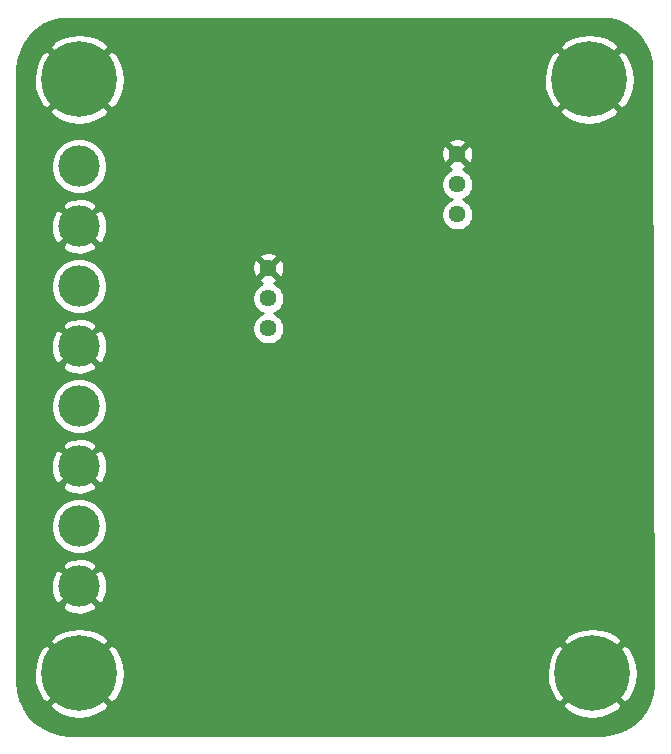
<source format=gbr>
G04 #@! TF.GenerationSoftware,KiCad,Pcbnew,(5.1.5)-3*
G04 #@! TF.CreationDate,2022-05-11T11:14:05-04:00*
G04 #@! TF.ProjectId,FuzzFace,46757a7a-4661-4636-952e-6b696361645f,rev?*
G04 #@! TF.SameCoordinates,Original*
G04 #@! TF.FileFunction,Copper,L2,Bot*
G04 #@! TF.FilePolarity,Positive*
%FSLAX46Y46*%
G04 Gerber Fmt 4.6, Leading zero omitted, Abs format (unit mm)*
G04 Created by KiCad (PCBNEW (5.1.5)-3) date 2022-05-11 11:14:05*
%MOMM*%
%LPD*%
G04 APERTURE LIST*
%ADD10C,3.500120*%
%ADD11C,1.440000*%
%ADD12C,6.400000*%
%ADD13C,0.254000*%
G04 APERTURE END LIST*
D10*
X55880000Y-73660000D03*
X55880000Y-63500000D03*
X55880000Y-53340000D03*
X55880000Y-43180000D03*
D11*
X87884000Y-37084000D03*
X87884000Y-39624000D03*
X87884000Y-42164000D03*
D12*
X99314000Y-81026000D03*
X55880000Y-81026000D03*
X99060000Y-30734000D03*
X55880000Y-30734000D03*
D10*
X55880000Y-38100000D03*
X55880000Y-58420000D03*
X55880000Y-68580000D03*
X55880000Y-48260000D03*
D11*
X71882000Y-51816000D03*
X71882000Y-49276000D03*
X71882000Y-46736000D03*
D13*
G36*
X101511891Y-25826656D02*
G01*
X102207905Y-26158638D01*
X102834130Y-26608626D01*
X103370777Y-27162403D01*
X103800871Y-27802451D01*
X104110829Y-28508553D01*
X104292065Y-29263457D01*
X104340072Y-29917193D01*
X104495806Y-81978235D01*
X104395531Y-82784084D01*
X104166303Y-83520364D01*
X103810316Y-84204411D01*
X103338818Y-84814609D01*
X102766713Y-85331670D01*
X102112092Y-85739246D01*
X101395638Y-86024457D01*
X100629234Y-86180480D01*
X100137539Y-86208000D01*
X55029392Y-86208000D01*
X54231804Y-86136817D01*
X53487887Y-85933304D01*
X52791770Y-85601274D01*
X52165452Y-85151219D01*
X51628730Y-84597365D01*
X51198567Y-83957215D01*
X51097458Y-83726881D01*
X53358724Y-83726881D01*
X53718912Y-84216548D01*
X54382882Y-84576849D01*
X55104385Y-84800694D01*
X55855695Y-84879480D01*
X56607938Y-84810178D01*
X57332208Y-84595452D01*
X58000670Y-84243555D01*
X58041088Y-84216548D01*
X58401276Y-83726881D01*
X96792724Y-83726881D01*
X97152912Y-84216548D01*
X97816882Y-84576849D01*
X98538385Y-84800694D01*
X99289695Y-84879480D01*
X100041938Y-84810178D01*
X100766208Y-84595452D01*
X101434670Y-84243555D01*
X101475088Y-84216548D01*
X101835276Y-83726881D01*
X99314000Y-81205605D01*
X96792724Y-83726881D01*
X58401276Y-83726881D01*
X55880000Y-81205605D01*
X53358724Y-83726881D01*
X51097458Y-83726881D01*
X50888564Y-83251011D01*
X50707921Y-82498578D01*
X50660000Y-81765805D01*
X50660000Y-81001695D01*
X52026520Y-81001695D01*
X52095822Y-81753938D01*
X52310548Y-82478208D01*
X52662445Y-83146670D01*
X52689452Y-83187088D01*
X53179119Y-83547276D01*
X55700395Y-81026000D01*
X56059605Y-81026000D01*
X58580881Y-83547276D01*
X59070548Y-83187088D01*
X59430849Y-82523118D01*
X59654694Y-81801615D01*
X59733480Y-81050305D01*
X59729002Y-81001695D01*
X95460520Y-81001695D01*
X95529822Y-81753938D01*
X95744548Y-82478208D01*
X96096445Y-83146670D01*
X96123452Y-83187088D01*
X96613119Y-83547276D01*
X99134395Y-81026000D01*
X99493605Y-81026000D01*
X102014881Y-83547276D01*
X102504548Y-83187088D01*
X102864849Y-82523118D01*
X103088694Y-81801615D01*
X103167480Y-81050305D01*
X103098178Y-80298062D01*
X102883452Y-79573792D01*
X102531555Y-78905330D01*
X102504548Y-78864912D01*
X102014881Y-78504724D01*
X99493605Y-81026000D01*
X99134395Y-81026000D01*
X96613119Y-78504724D01*
X96123452Y-78864912D01*
X95763151Y-79528882D01*
X95539306Y-80250385D01*
X95460520Y-81001695D01*
X59729002Y-81001695D01*
X59664178Y-80298062D01*
X59449452Y-79573792D01*
X59097555Y-78905330D01*
X59070548Y-78864912D01*
X58580881Y-78504724D01*
X56059605Y-81026000D01*
X55700395Y-81026000D01*
X53179119Y-78504724D01*
X52689452Y-78864912D01*
X52329151Y-79528882D01*
X52105306Y-80250385D01*
X52026520Y-81001695D01*
X50660000Y-81001695D01*
X50660000Y-78325119D01*
X53358724Y-78325119D01*
X55880000Y-80846395D01*
X58401276Y-78325119D01*
X96792724Y-78325119D01*
X99314000Y-80846395D01*
X101835276Y-78325119D01*
X101475088Y-77835452D01*
X100811118Y-77475151D01*
X100089615Y-77251306D01*
X99338305Y-77172520D01*
X98586062Y-77241822D01*
X97861792Y-77456548D01*
X97193330Y-77808445D01*
X97152912Y-77835452D01*
X96792724Y-78325119D01*
X58401276Y-78325119D01*
X58041088Y-77835452D01*
X57377118Y-77475151D01*
X56655615Y-77251306D01*
X55904305Y-77172520D01*
X55152062Y-77241822D01*
X54427792Y-77456548D01*
X53759330Y-77808445D01*
X53718912Y-77835452D01*
X53358724Y-78325119D01*
X50660000Y-78325119D01*
X50660000Y-75329651D01*
X54389954Y-75329651D01*
X54576039Y-75670815D01*
X54993384Y-75886568D01*
X55444802Y-76016755D01*
X55912944Y-76056374D01*
X56379821Y-76003901D01*
X56827489Y-75861354D01*
X57183961Y-75670815D01*
X57370046Y-75329651D01*
X55880000Y-73839605D01*
X54389954Y-75329651D01*
X50660000Y-75329651D01*
X50660000Y-73692944D01*
X53483626Y-73692944D01*
X53536099Y-74159821D01*
X53678646Y-74607489D01*
X53869185Y-74963961D01*
X54210349Y-75150046D01*
X55700395Y-73660000D01*
X56059605Y-73660000D01*
X57549651Y-75150046D01*
X57890815Y-74963961D01*
X58106568Y-74546616D01*
X58236755Y-74095198D01*
X58276374Y-73627056D01*
X58223901Y-73160179D01*
X58081354Y-72712511D01*
X57890815Y-72356039D01*
X57549651Y-72169954D01*
X56059605Y-73660000D01*
X55700395Y-73660000D01*
X54210349Y-72169954D01*
X53869185Y-72356039D01*
X53653432Y-72773384D01*
X53523245Y-73224802D01*
X53483626Y-73692944D01*
X50660000Y-73692944D01*
X50660000Y-71990349D01*
X54389954Y-71990349D01*
X55880000Y-73480395D01*
X57370046Y-71990349D01*
X57183961Y-71649185D01*
X56766616Y-71433432D01*
X56315198Y-71303245D01*
X55847056Y-71263626D01*
X55380179Y-71316099D01*
X54932511Y-71458646D01*
X54576039Y-71649185D01*
X54389954Y-71990349D01*
X50660000Y-71990349D01*
X50660000Y-68345092D01*
X53494940Y-68345092D01*
X53494940Y-68814908D01*
X53586597Y-69275696D01*
X53766387Y-69709749D01*
X54027403Y-70100387D01*
X54359613Y-70432597D01*
X54750251Y-70693613D01*
X55184304Y-70873403D01*
X55645092Y-70965060D01*
X56114908Y-70965060D01*
X56575696Y-70873403D01*
X57009749Y-70693613D01*
X57400387Y-70432597D01*
X57732597Y-70100387D01*
X57993613Y-69709749D01*
X58173403Y-69275696D01*
X58265060Y-68814908D01*
X58265060Y-68345092D01*
X58173403Y-67884304D01*
X57993613Y-67450251D01*
X57732597Y-67059613D01*
X57400387Y-66727403D01*
X57009749Y-66466387D01*
X56575696Y-66286597D01*
X56114908Y-66194940D01*
X55645092Y-66194940D01*
X55184304Y-66286597D01*
X54750251Y-66466387D01*
X54359613Y-66727403D01*
X54027403Y-67059613D01*
X53766387Y-67450251D01*
X53586597Y-67884304D01*
X53494940Y-68345092D01*
X50660000Y-68345092D01*
X50660000Y-65169651D01*
X54389954Y-65169651D01*
X54576039Y-65510815D01*
X54993384Y-65726568D01*
X55444802Y-65856755D01*
X55912944Y-65896374D01*
X56379821Y-65843901D01*
X56827489Y-65701354D01*
X57183961Y-65510815D01*
X57370046Y-65169651D01*
X55880000Y-63679605D01*
X54389954Y-65169651D01*
X50660000Y-65169651D01*
X50660000Y-63532944D01*
X53483626Y-63532944D01*
X53536099Y-63999821D01*
X53678646Y-64447489D01*
X53869185Y-64803961D01*
X54210349Y-64990046D01*
X55700395Y-63500000D01*
X56059605Y-63500000D01*
X57549651Y-64990046D01*
X57890815Y-64803961D01*
X58106568Y-64386616D01*
X58236755Y-63935198D01*
X58276374Y-63467056D01*
X58223901Y-63000179D01*
X58081354Y-62552511D01*
X57890815Y-62196039D01*
X57549651Y-62009954D01*
X56059605Y-63500000D01*
X55700395Y-63500000D01*
X54210349Y-62009954D01*
X53869185Y-62196039D01*
X53653432Y-62613384D01*
X53523245Y-63064802D01*
X53483626Y-63532944D01*
X50660000Y-63532944D01*
X50660000Y-61830349D01*
X54389954Y-61830349D01*
X55880000Y-63320395D01*
X57370046Y-61830349D01*
X57183961Y-61489185D01*
X56766616Y-61273432D01*
X56315198Y-61143245D01*
X55847056Y-61103626D01*
X55380179Y-61156099D01*
X54932511Y-61298646D01*
X54576039Y-61489185D01*
X54389954Y-61830349D01*
X50660000Y-61830349D01*
X50660000Y-58185092D01*
X53494940Y-58185092D01*
X53494940Y-58654908D01*
X53586597Y-59115696D01*
X53766387Y-59549749D01*
X54027403Y-59940387D01*
X54359613Y-60272597D01*
X54750251Y-60533613D01*
X55184304Y-60713403D01*
X55645092Y-60805060D01*
X56114908Y-60805060D01*
X56575696Y-60713403D01*
X57009749Y-60533613D01*
X57400387Y-60272597D01*
X57732597Y-59940387D01*
X57993613Y-59549749D01*
X58173403Y-59115696D01*
X58265060Y-58654908D01*
X58265060Y-58185092D01*
X58173403Y-57724304D01*
X57993613Y-57290251D01*
X57732597Y-56899613D01*
X57400387Y-56567403D01*
X57009749Y-56306387D01*
X56575696Y-56126597D01*
X56114908Y-56034940D01*
X55645092Y-56034940D01*
X55184304Y-56126597D01*
X54750251Y-56306387D01*
X54359613Y-56567403D01*
X54027403Y-56899613D01*
X53766387Y-57290251D01*
X53586597Y-57724304D01*
X53494940Y-58185092D01*
X50660000Y-58185092D01*
X50660000Y-55009651D01*
X54389954Y-55009651D01*
X54576039Y-55350815D01*
X54993384Y-55566568D01*
X55444802Y-55696755D01*
X55912944Y-55736374D01*
X56379821Y-55683901D01*
X56827489Y-55541354D01*
X57183961Y-55350815D01*
X57370046Y-55009651D01*
X55880000Y-53519605D01*
X54389954Y-55009651D01*
X50660000Y-55009651D01*
X50660000Y-53372944D01*
X53483626Y-53372944D01*
X53536099Y-53839821D01*
X53678646Y-54287489D01*
X53869185Y-54643961D01*
X54210349Y-54830046D01*
X55700395Y-53340000D01*
X56059605Y-53340000D01*
X57549651Y-54830046D01*
X57890815Y-54643961D01*
X58106568Y-54226616D01*
X58236755Y-53775198D01*
X58276374Y-53307056D01*
X58223901Y-52840179D01*
X58081354Y-52392511D01*
X57890815Y-52036039D01*
X57549651Y-51849954D01*
X56059605Y-53340000D01*
X55700395Y-53340000D01*
X54210349Y-51849954D01*
X53869185Y-52036039D01*
X53653432Y-52453384D01*
X53523245Y-52904802D01*
X53483626Y-53372944D01*
X50660000Y-53372944D01*
X50660000Y-51670349D01*
X54389954Y-51670349D01*
X55880000Y-53160395D01*
X57370046Y-51670349D01*
X57183961Y-51329185D01*
X56766616Y-51113432D01*
X56315198Y-50983245D01*
X55847056Y-50943626D01*
X55380179Y-50996099D01*
X54932511Y-51138646D01*
X54576039Y-51329185D01*
X54389954Y-51670349D01*
X50660000Y-51670349D01*
X50660000Y-48025092D01*
X53494940Y-48025092D01*
X53494940Y-48494908D01*
X53586597Y-48955696D01*
X53766387Y-49389749D01*
X54027403Y-49780387D01*
X54359613Y-50112597D01*
X54750251Y-50373613D01*
X55184304Y-50553403D01*
X55645092Y-50645060D01*
X56114908Y-50645060D01*
X56575696Y-50553403D01*
X57009749Y-50373613D01*
X57400387Y-50112597D01*
X57732597Y-49780387D01*
X57993613Y-49389749D01*
X58096008Y-49142544D01*
X70527000Y-49142544D01*
X70527000Y-49409456D01*
X70579072Y-49671239D01*
X70681215Y-49917833D01*
X70829503Y-50139762D01*
X71018238Y-50328497D01*
X71240167Y-50476785D01*
X71407266Y-50546000D01*
X71240167Y-50615215D01*
X71018238Y-50763503D01*
X70829503Y-50952238D01*
X70681215Y-51174167D01*
X70579072Y-51420761D01*
X70527000Y-51682544D01*
X70527000Y-51949456D01*
X70579072Y-52211239D01*
X70681215Y-52457833D01*
X70829503Y-52679762D01*
X71018238Y-52868497D01*
X71240167Y-53016785D01*
X71486761Y-53118928D01*
X71748544Y-53171000D01*
X72015456Y-53171000D01*
X72277239Y-53118928D01*
X72523833Y-53016785D01*
X72745762Y-52868497D01*
X72934497Y-52679762D01*
X73082785Y-52457833D01*
X73184928Y-52211239D01*
X73237000Y-51949456D01*
X73237000Y-51682544D01*
X73184928Y-51420761D01*
X73082785Y-51174167D01*
X72934497Y-50952238D01*
X72745762Y-50763503D01*
X72523833Y-50615215D01*
X72356734Y-50546000D01*
X72523833Y-50476785D01*
X72745762Y-50328497D01*
X72934497Y-50139762D01*
X73082785Y-49917833D01*
X73184928Y-49671239D01*
X73237000Y-49409456D01*
X73237000Y-49142544D01*
X73184928Y-48880761D01*
X73082785Y-48634167D01*
X72934497Y-48412238D01*
X72745762Y-48223503D01*
X72523833Y-48075215D01*
X72355676Y-48005562D01*
X72470353Y-47963875D01*
X72576068Y-47907368D01*
X72637955Y-47671560D01*
X71882000Y-46915605D01*
X71126045Y-47671560D01*
X71187932Y-47907368D01*
X71403007Y-48007764D01*
X71240167Y-48075215D01*
X71018238Y-48223503D01*
X70829503Y-48412238D01*
X70681215Y-48634167D01*
X70579072Y-48880761D01*
X70527000Y-49142544D01*
X58096008Y-49142544D01*
X58173403Y-48955696D01*
X58265060Y-48494908D01*
X58265060Y-48025092D01*
X58173403Y-47564304D01*
X57993613Y-47130251D01*
X57779415Y-46809680D01*
X70522439Y-46809680D01*
X70562937Y-47073501D01*
X70654125Y-47324353D01*
X70710632Y-47430068D01*
X70946440Y-47491955D01*
X71702395Y-46736000D01*
X72061605Y-46736000D01*
X72817560Y-47491955D01*
X73053368Y-47430068D01*
X73166266Y-47188210D01*
X73229811Y-46928973D01*
X73241561Y-46662320D01*
X73201063Y-46398499D01*
X73109875Y-46147647D01*
X73053368Y-46041932D01*
X72817560Y-45980045D01*
X72061605Y-46736000D01*
X71702395Y-46736000D01*
X70946440Y-45980045D01*
X70710632Y-46041932D01*
X70597734Y-46283790D01*
X70534189Y-46543027D01*
X70522439Y-46809680D01*
X57779415Y-46809680D01*
X57732597Y-46739613D01*
X57400387Y-46407403D01*
X57009749Y-46146387D01*
X56575696Y-45966597D01*
X56114908Y-45874940D01*
X55645092Y-45874940D01*
X55184304Y-45966597D01*
X54750251Y-46146387D01*
X54359613Y-46407403D01*
X54027403Y-46739613D01*
X53766387Y-47130251D01*
X53586597Y-47564304D01*
X53494940Y-48025092D01*
X50660000Y-48025092D01*
X50660000Y-45800440D01*
X71126045Y-45800440D01*
X71882000Y-46556395D01*
X72637955Y-45800440D01*
X72576068Y-45564632D01*
X72334210Y-45451734D01*
X72074973Y-45388189D01*
X71808320Y-45376439D01*
X71544499Y-45416937D01*
X71293647Y-45508125D01*
X71187932Y-45564632D01*
X71126045Y-45800440D01*
X50660000Y-45800440D01*
X50660000Y-44849651D01*
X54389954Y-44849651D01*
X54576039Y-45190815D01*
X54993384Y-45406568D01*
X55444802Y-45536755D01*
X55912944Y-45576374D01*
X56379821Y-45523901D01*
X56827489Y-45381354D01*
X57183961Y-45190815D01*
X57370046Y-44849651D01*
X55880000Y-43359605D01*
X54389954Y-44849651D01*
X50660000Y-44849651D01*
X50660000Y-43212944D01*
X53483626Y-43212944D01*
X53536099Y-43679821D01*
X53678646Y-44127489D01*
X53869185Y-44483961D01*
X54210349Y-44670046D01*
X55700395Y-43180000D01*
X56059605Y-43180000D01*
X57549651Y-44670046D01*
X57890815Y-44483961D01*
X58106568Y-44066616D01*
X58236755Y-43615198D01*
X58276374Y-43147056D01*
X58223901Y-42680179D01*
X58081354Y-42232511D01*
X57890815Y-41876039D01*
X57549651Y-41689954D01*
X56059605Y-43180000D01*
X55700395Y-43180000D01*
X54210349Y-41689954D01*
X53869185Y-41876039D01*
X53653432Y-42293384D01*
X53523245Y-42744802D01*
X53483626Y-43212944D01*
X50660000Y-43212944D01*
X50660000Y-41510349D01*
X54389954Y-41510349D01*
X55880000Y-43000395D01*
X57370046Y-41510349D01*
X57183961Y-41169185D01*
X56766616Y-40953432D01*
X56315198Y-40823245D01*
X55847056Y-40783626D01*
X55380179Y-40836099D01*
X54932511Y-40978646D01*
X54576039Y-41169185D01*
X54389954Y-41510349D01*
X50660000Y-41510349D01*
X50660000Y-37865092D01*
X53494940Y-37865092D01*
X53494940Y-38334908D01*
X53586597Y-38795696D01*
X53766387Y-39229749D01*
X54027403Y-39620387D01*
X54359613Y-39952597D01*
X54750251Y-40213613D01*
X55184304Y-40393403D01*
X55645092Y-40485060D01*
X56114908Y-40485060D01*
X56575696Y-40393403D01*
X57009749Y-40213613D01*
X57400387Y-39952597D01*
X57732597Y-39620387D01*
X57819355Y-39490544D01*
X86529000Y-39490544D01*
X86529000Y-39757456D01*
X86581072Y-40019239D01*
X86683215Y-40265833D01*
X86831503Y-40487762D01*
X87020238Y-40676497D01*
X87242167Y-40824785D01*
X87409266Y-40894000D01*
X87242167Y-40963215D01*
X87020238Y-41111503D01*
X86831503Y-41300238D01*
X86683215Y-41522167D01*
X86581072Y-41768761D01*
X86529000Y-42030544D01*
X86529000Y-42297456D01*
X86581072Y-42559239D01*
X86683215Y-42805833D01*
X86831503Y-43027762D01*
X87020238Y-43216497D01*
X87242167Y-43364785D01*
X87488761Y-43466928D01*
X87750544Y-43519000D01*
X88017456Y-43519000D01*
X88279239Y-43466928D01*
X88525833Y-43364785D01*
X88747762Y-43216497D01*
X88936497Y-43027762D01*
X89084785Y-42805833D01*
X89186928Y-42559239D01*
X89239000Y-42297456D01*
X89239000Y-42030544D01*
X89186928Y-41768761D01*
X89084785Y-41522167D01*
X88936497Y-41300238D01*
X88747762Y-41111503D01*
X88525833Y-40963215D01*
X88358734Y-40894000D01*
X88525833Y-40824785D01*
X88747762Y-40676497D01*
X88936497Y-40487762D01*
X89084785Y-40265833D01*
X89186928Y-40019239D01*
X89239000Y-39757456D01*
X89239000Y-39490544D01*
X89186928Y-39228761D01*
X89084785Y-38982167D01*
X88936497Y-38760238D01*
X88747762Y-38571503D01*
X88525833Y-38423215D01*
X88357676Y-38353562D01*
X88472353Y-38311875D01*
X88578068Y-38255368D01*
X88639955Y-38019560D01*
X87884000Y-37263605D01*
X87128045Y-38019560D01*
X87189932Y-38255368D01*
X87405007Y-38355764D01*
X87242167Y-38423215D01*
X87020238Y-38571503D01*
X86831503Y-38760238D01*
X86683215Y-38982167D01*
X86581072Y-39228761D01*
X86529000Y-39490544D01*
X57819355Y-39490544D01*
X57993613Y-39229749D01*
X58173403Y-38795696D01*
X58265060Y-38334908D01*
X58265060Y-37865092D01*
X58173403Y-37404304D01*
X58071249Y-37157680D01*
X86524439Y-37157680D01*
X86564937Y-37421501D01*
X86656125Y-37672353D01*
X86712632Y-37778068D01*
X86948440Y-37839955D01*
X87704395Y-37084000D01*
X88063605Y-37084000D01*
X88819560Y-37839955D01*
X89055368Y-37778068D01*
X89168266Y-37536210D01*
X89231811Y-37276973D01*
X89243561Y-37010320D01*
X89203063Y-36746499D01*
X89111875Y-36495647D01*
X89055368Y-36389932D01*
X88819560Y-36328045D01*
X88063605Y-37084000D01*
X87704395Y-37084000D01*
X86948440Y-36328045D01*
X86712632Y-36389932D01*
X86599734Y-36631790D01*
X86536189Y-36891027D01*
X86524439Y-37157680D01*
X58071249Y-37157680D01*
X57993613Y-36970251D01*
X57732597Y-36579613D01*
X57400387Y-36247403D01*
X57252279Y-36148440D01*
X87128045Y-36148440D01*
X87884000Y-36904395D01*
X88639955Y-36148440D01*
X88578068Y-35912632D01*
X88336210Y-35799734D01*
X88076973Y-35736189D01*
X87810320Y-35724439D01*
X87546499Y-35764937D01*
X87295647Y-35856125D01*
X87189932Y-35912632D01*
X87128045Y-36148440D01*
X57252279Y-36148440D01*
X57009749Y-35986387D01*
X56575696Y-35806597D01*
X56114908Y-35714940D01*
X55645092Y-35714940D01*
X55184304Y-35806597D01*
X54750251Y-35986387D01*
X54359613Y-36247403D01*
X54027403Y-36579613D01*
X53766387Y-36970251D01*
X53586597Y-37404304D01*
X53494940Y-37865092D01*
X50660000Y-37865092D01*
X50660000Y-33434881D01*
X53358724Y-33434881D01*
X53718912Y-33924548D01*
X54382882Y-34284849D01*
X55104385Y-34508694D01*
X55855695Y-34587480D01*
X56607938Y-34518178D01*
X57332208Y-34303452D01*
X58000670Y-33951555D01*
X58041088Y-33924548D01*
X58401276Y-33434881D01*
X96538724Y-33434881D01*
X96898912Y-33924548D01*
X97562882Y-34284849D01*
X98284385Y-34508694D01*
X99035695Y-34587480D01*
X99787938Y-34518178D01*
X100512208Y-34303452D01*
X101180670Y-33951555D01*
X101221088Y-33924548D01*
X101581276Y-33434881D01*
X99060000Y-30913605D01*
X96538724Y-33434881D01*
X58401276Y-33434881D01*
X55880000Y-30913605D01*
X53358724Y-33434881D01*
X50660000Y-33434881D01*
X50660000Y-30709695D01*
X52026520Y-30709695D01*
X52095822Y-31461938D01*
X52310548Y-32186208D01*
X52662445Y-32854670D01*
X52689452Y-32895088D01*
X53179119Y-33255276D01*
X55700395Y-30734000D01*
X56059605Y-30734000D01*
X58580881Y-33255276D01*
X59070548Y-32895088D01*
X59430849Y-32231118D01*
X59654694Y-31509615D01*
X59733480Y-30758305D01*
X59729002Y-30709695D01*
X95206520Y-30709695D01*
X95275822Y-31461938D01*
X95490548Y-32186208D01*
X95842445Y-32854670D01*
X95869452Y-32895088D01*
X96359119Y-33255276D01*
X98880395Y-30734000D01*
X99239605Y-30734000D01*
X101760881Y-33255276D01*
X102250548Y-32895088D01*
X102610849Y-32231118D01*
X102834694Y-31509615D01*
X102913480Y-30758305D01*
X102844178Y-30006062D01*
X102629452Y-29281792D01*
X102277555Y-28613330D01*
X102250548Y-28572912D01*
X101760881Y-28212724D01*
X99239605Y-30734000D01*
X98880395Y-30734000D01*
X96359119Y-28212724D01*
X95869452Y-28572912D01*
X95509151Y-29236882D01*
X95285306Y-29958385D01*
X95206520Y-30709695D01*
X59729002Y-30709695D01*
X59664178Y-30006062D01*
X59449452Y-29281792D01*
X59097555Y-28613330D01*
X59070548Y-28572912D01*
X58580881Y-28212724D01*
X56059605Y-30734000D01*
X55700395Y-30734000D01*
X53179119Y-28212724D01*
X52689452Y-28572912D01*
X52329151Y-29236882D01*
X52105306Y-29958385D01*
X52026520Y-30709695D01*
X50660000Y-30709695D01*
X50660000Y-29921392D01*
X50731173Y-29123917D01*
X50934656Y-28380109D01*
X51100161Y-28033119D01*
X53358724Y-28033119D01*
X55880000Y-30554395D01*
X58401276Y-28033119D01*
X96538724Y-28033119D01*
X99060000Y-30554395D01*
X101581276Y-28033119D01*
X101221088Y-27543452D01*
X100557118Y-27183151D01*
X99835615Y-26959306D01*
X99084305Y-26880520D01*
X98332062Y-26949822D01*
X97607792Y-27164548D01*
X96939330Y-27516445D01*
X96898912Y-27543452D01*
X96538724Y-28033119D01*
X58401276Y-28033119D01*
X58041088Y-27543452D01*
X57377118Y-27183151D01*
X56655615Y-26959306D01*
X55904305Y-26880520D01*
X55152062Y-26949822D01*
X54427792Y-27164548D01*
X53759330Y-27516445D01*
X53718912Y-27543452D01*
X53358724Y-28033119D01*
X51100161Y-28033119D01*
X51266638Y-27684095D01*
X51716626Y-27057870D01*
X52270403Y-26521223D01*
X52910451Y-26091129D01*
X53616553Y-25781171D01*
X54225400Y-25635000D01*
X100811315Y-25635000D01*
X101511891Y-25826656D01*
G37*
X101511891Y-25826656D02*
X102207905Y-26158638D01*
X102834130Y-26608626D01*
X103370777Y-27162403D01*
X103800871Y-27802451D01*
X104110829Y-28508553D01*
X104292065Y-29263457D01*
X104340072Y-29917193D01*
X104495806Y-81978235D01*
X104395531Y-82784084D01*
X104166303Y-83520364D01*
X103810316Y-84204411D01*
X103338818Y-84814609D01*
X102766713Y-85331670D01*
X102112092Y-85739246D01*
X101395638Y-86024457D01*
X100629234Y-86180480D01*
X100137539Y-86208000D01*
X55029392Y-86208000D01*
X54231804Y-86136817D01*
X53487887Y-85933304D01*
X52791770Y-85601274D01*
X52165452Y-85151219D01*
X51628730Y-84597365D01*
X51198567Y-83957215D01*
X51097458Y-83726881D01*
X53358724Y-83726881D01*
X53718912Y-84216548D01*
X54382882Y-84576849D01*
X55104385Y-84800694D01*
X55855695Y-84879480D01*
X56607938Y-84810178D01*
X57332208Y-84595452D01*
X58000670Y-84243555D01*
X58041088Y-84216548D01*
X58401276Y-83726881D01*
X96792724Y-83726881D01*
X97152912Y-84216548D01*
X97816882Y-84576849D01*
X98538385Y-84800694D01*
X99289695Y-84879480D01*
X100041938Y-84810178D01*
X100766208Y-84595452D01*
X101434670Y-84243555D01*
X101475088Y-84216548D01*
X101835276Y-83726881D01*
X99314000Y-81205605D01*
X96792724Y-83726881D01*
X58401276Y-83726881D01*
X55880000Y-81205605D01*
X53358724Y-83726881D01*
X51097458Y-83726881D01*
X50888564Y-83251011D01*
X50707921Y-82498578D01*
X50660000Y-81765805D01*
X50660000Y-81001695D01*
X52026520Y-81001695D01*
X52095822Y-81753938D01*
X52310548Y-82478208D01*
X52662445Y-83146670D01*
X52689452Y-83187088D01*
X53179119Y-83547276D01*
X55700395Y-81026000D01*
X56059605Y-81026000D01*
X58580881Y-83547276D01*
X59070548Y-83187088D01*
X59430849Y-82523118D01*
X59654694Y-81801615D01*
X59733480Y-81050305D01*
X59729002Y-81001695D01*
X95460520Y-81001695D01*
X95529822Y-81753938D01*
X95744548Y-82478208D01*
X96096445Y-83146670D01*
X96123452Y-83187088D01*
X96613119Y-83547276D01*
X99134395Y-81026000D01*
X99493605Y-81026000D01*
X102014881Y-83547276D01*
X102504548Y-83187088D01*
X102864849Y-82523118D01*
X103088694Y-81801615D01*
X103167480Y-81050305D01*
X103098178Y-80298062D01*
X102883452Y-79573792D01*
X102531555Y-78905330D01*
X102504548Y-78864912D01*
X102014881Y-78504724D01*
X99493605Y-81026000D01*
X99134395Y-81026000D01*
X96613119Y-78504724D01*
X96123452Y-78864912D01*
X95763151Y-79528882D01*
X95539306Y-80250385D01*
X95460520Y-81001695D01*
X59729002Y-81001695D01*
X59664178Y-80298062D01*
X59449452Y-79573792D01*
X59097555Y-78905330D01*
X59070548Y-78864912D01*
X58580881Y-78504724D01*
X56059605Y-81026000D01*
X55700395Y-81026000D01*
X53179119Y-78504724D01*
X52689452Y-78864912D01*
X52329151Y-79528882D01*
X52105306Y-80250385D01*
X52026520Y-81001695D01*
X50660000Y-81001695D01*
X50660000Y-78325119D01*
X53358724Y-78325119D01*
X55880000Y-80846395D01*
X58401276Y-78325119D01*
X96792724Y-78325119D01*
X99314000Y-80846395D01*
X101835276Y-78325119D01*
X101475088Y-77835452D01*
X100811118Y-77475151D01*
X100089615Y-77251306D01*
X99338305Y-77172520D01*
X98586062Y-77241822D01*
X97861792Y-77456548D01*
X97193330Y-77808445D01*
X97152912Y-77835452D01*
X96792724Y-78325119D01*
X58401276Y-78325119D01*
X58041088Y-77835452D01*
X57377118Y-77475151D01*
X56655615Y-77251306D01*
X55904305Y-77172520D01*
X55152062Y-77241822D01*
X54427792Y-77456548D01*
X53759330Y-77808445D01*
X53718912Y-77835452D01*
X53358724Y-78325119D01*
X50660000Y-78325119D01*
X50660000Y-75329651D01*
X54389954Y-75329651D01*
X54576039Y-75670815D01*
X54993384Y-75886568D01*
X55444802Y-76016755D01*
X55912944Y-76056374D01*
X56379821Y-76003901D01*
X56827489Y-75861354D01*
X57183961Y-75670815D01*
X57370046Y-75329651D01*
X55880000Y-73839605D01*
X54389954Y-75329651D01*
X50660000Y-75329651D01*
X50660000Y-73692944D01*
X53483626Y-73692944D01*
X53536099Y-74159821D01*
X53678646Y-74607489D01*
X53869185Y-74963961D01*
X54210349Y-75150046D01*
X55700395Y-73660000D01*
X56059605Y-73660000D01*
X57549651Y-75150046D01*
X57890815Y-74963961D01*
X58106568Y-74546616D01*
X58236755Y-74095198D01*
X58276374Y-73627056D01*
X58223901Y-73160179D01*
X58081354Y-72712511D01*
X57890815Y-72356039D01*
X57549651Y-72169954D01*
X56059605Y-73660000D01*
X55700395Y-73660000D01*
X54210349Y-72169954D01*
X53869185Y-72356039D01*
X53653432Y-72773384D01*
X53523245Y-73224802D01*
X53483626Y-73692944D01*
X50660000Y-73692944D01*
X50660000Y-71990349D01*
X54389954Y-71990349D01*
X55880000Y-73480395D01*
X57370046Y-71990349D01*
X57183961Y-71649185D01*
X56766616Y-71433432D01*
X56315198Y-71303245D01*
X55847056Y-71263626D01*
X55380179Y-71316099D01*
X54932511Y-71458646D01*
X54576039Y-71649185D01*
X54389954Y-71990349D01*
X50660000Y-71990349D01*
X50660000Y-68345092D01*
X53494940Y-68345092D01*
X53494940Y-68814908D01*
X53586597Y-69275696D01*
X53766387Y-69709749D01*
X54027403Y-70100387D01*
X54359613Y-70432597D01*
X54750251Y-70693613D01*
X55184304Y-70873403D01*
X55645092Y-70965060D01*
X56114908Y-70965060D01*
X56575696Y-70873403D01*
X57009749Y-70693613D01*
X57400387Y-70432597D01*
X57732597Y-70100387D01*
X57993613Y-69709749D01*
X58173403Y-69275696D01*
X58265060Y-68814908D01*
X58265060Y-68345092D01*
X58173403Y-67884304D01*
X57993613Y-67450251D01*
X57732597Y-67059613D01*
X57400387Y-66727403D01*
X57009749Y-66466387D01*
X56575696Y-66286597D01*
X56114908Y-66194940D01*
X55645092Y-66194940D01*
X55184304Y-66286597D01*
X54750251Y-66466387D01*
X54359613Y-66727403D01*
X54027403Y-67059613D01*
X53766387Y-67450251D01*
X53586597Y-67884304D01*
X53494940Y-68345092D01*
X50660000Y-68345092D01*
X50660000Y-65169651D01*
X54389954Y-65169651D01*
X54576039Y-65510815D01*
X54993384Y-65726568D01*
X55444802Y-65856755D01*
X55912944Y-65896374D01*
X56379821Y-65843901D01*
X56827489Y-65701354D01*
X57183961Y-65510815D01*
X57370046Y-65169651D01*
X55880000Y-63679605D01*
X54389954Y-65169651D01*
X50660000Y-65169651D01*
X50660000Y-63532944D01*
X53483626Y-63532944D01*
X53536099Y-63999821D01*
X53678646Y-64447489D01*
X53869185Y-64803961D01*
X54210349Y-64990046D01*
X55700395Y-63500000D01*
X56059605Y-63500000D01*
X57549651Y-64990046D01*
X57890815Y-64803961D01*
X58106568Y-64386616D01*
X58236755Y-63935198D01*
X58276374Y-63467056D01*
X58223901Y-63000179D01*
X58081354Y-62552511D01*
X57890815Y-62196039D01*
X57549651Y-62009954D01*
X56059605Y-63500000D01*
X55700395Y-63500000D01*
X54210349Y-62009954D01*
X53869185Y-62196039D01*
X53653432Y-62613384D01*
X53523245Y-63064802D01*
X53483626Y-63532944D01*
X50660000Y-63532944D01*
X50660000Y-61830349D01*
X54389954Y-61830349D01*
X55880000Y-63320395D01*
X57370046Y-61830349D01*
X57183961Y-61489185D01*
X56766616Y-61273432D01*
X56315198Y-61143245D01*
X55847056Y-61103626D01*
X55380179Y-61156099D01*
X54932511Y-61298646D01*
X54576039Y-61489185D01*
X54389954Y-61830349D01*
X50660000Y-61830349D01*
X50660000Y-58185092D01*
X53494940Y-58185092D01*
X53494940Y-58654908D01*
X53586597Y-59115696D01*
X53766387Y-59549749D01*
X54027403Y-59940387D01*
X54359613Y-60272597D01*
X54750251Y-60533613D01*
X55184304Y-60713403D01*
X55645092Y-60805060D01*
X56114908Y-60805060D01*
X56575696Y-60713403D01*
X57009749Y-60533613D01*
X57400387Y-60272597D01*
X57732597Y-59940387D01*
X57993613Y-59549749D01*
X58173403Y-59115696D01*
X58265060Y-58654908D01*
X58265060Y-58185092D01*
X58173403Y-57724304D01*
X57993613Y-57290251D01*
X57732597Y-56899613D01*
X57400387Y-56567403D01*
X57009749Y-56306387D01*
X56575696Y-56126597D01*
X56114908Y-56034940D01*
X55645092Y-56034940D01*
X55184304Y-56126597D01*
X54750251Y-56306387D01*
X54359613Y-56567403D01*
X54027403Y-56899613D01*
X53766387Y-57290251D01*
X53586597Y-57724304D01*
X53494940Y-58185092D01*
X50660000Y-58185092D01*
X50660000Y-55009651D01*
X54389954Y-55009651D01*
X54576039Y-55350815D01*
X54993384Y-55566568D01*
X55444802Y-55696755D01*
X55912944Y-55736374D01*
X56379821Y-55683901D01*
X56827489Y-55541354D01*
X57183961Y-55350815D01*
X57370046Y-55009651D01*
X55880000Y-53519605D01*
X54389954Y-55009651D01*
X50660000Y-55009651D01*
X50660000Y-53372944D01*
X53483626Y-53372944D01*
X53536099Y-53839821D01*
X53678646Y-54287489D01*
X53869185Y-54643961D01*
X54210349Y-54830046D01*
X55700395Y-53340000D01*
X56059605Y-53340000D01*
X57549651Y-54830046D01*
X57890815Y-54643961D01*
X58106568Y-54226616D01*
X58236755Y-53775198D01*
X58276374Y-53307056D01*
X58223901Y-52840179D01*
X58081354Y-52392511D01*
X57890815Y-52036039D01*
X57549651Y-51849954D01*
X56059605Y-53340000D01*
X55700395Y-53340000D01*
X54210349Y-51849954D01*
X53869185Y-52036039D01*
X53653432Y-52453384D01*
X53523245Y-52904802D01*
X53483626Y-53372944D01*
X50660000Y-53372944D01*
X50660000Y-51670349D01*
X54389954Y-51670349D01*
X55880000Y-53160395D01*
X57370046Y-51670349D01*
X57183961Y-51329185D01*
X56766616Y-51113432D01*
X56315198Y-50983245D01*
X55847056Y-50943626D01*
X55380179Y-50996099D01*
X54932511Y-51138646D01*
X54576039Y-51329185D01*
X54389954Y-51670349D01*
X50660000Y-51670349D01*
X50660000Y-48025092D01*
X53494940Y-48025092D01*
X53494940Y-48494908D01*
X53586597Y-48955696D01*
X53766387Y-49389749D01*
X54027403Y-49780387D01*
X54359613Y-50112597D01*
X54750251Y-50373613D01*
X55184304Y-50553403D01*
X55645092Y-50645060D01*
X56114908Y-50645060D01*
X56575696Y-50553403D01*
X57009749Y-50373613D01*
X57400387Y-50112597D01*
X57732597Y-49780387D01*
X57993613Y-49389749D01*
X58096008Y-49142544D01*
X70527000Y-49142544D01*
X70527000Y-49409456D01*
X70579072Y-49671239D01*
X70681215Y-49917833D01*
X70829503Y-50139762D01*
X71018238Y-50328497D01*
X71240167Y-50476785D01*
X71407266Y-50546000D01*
X71240167Y-50615215D01*
X71018238Y-50763503D01*
X70829503Y-50952238D01*
X70681215Y-51174167D01*
X70579072Y-51420761D01*
X70527000Y-51682544D01*
X70527000Y-51949456D01*
X70579072Y-52211239D01*
X70681215Y-52457833D01*
X70829503Y-52679762D01*
X71018238Y-52868497D01*
X71240167Y-53016785D01*
X71486761Y-53118928D01*
X71748544Y-53171000D01*
X72015456Y-53171000D01*
X72277239Y-53118928D01*
X72523833Y-53016785D01*
X72745762Y-52868497D01*
X72934497Y-52679762D01*
X73082785Y-52457833D01*
X73184928Y-52211239D01*
X73237000Y-51949456D01*
X73237000Y-51682544D01*
X73184928Y-51420761D01*
X73082785Y-51174167D01*
X72934497Y-50952238D01*
X72745762Y-50763503D01*
X72523833Y-50615215D01*
X72356734Y-50546000D01*
X72523833Y-50476785D01*
X72745762Y-50328497D01*
X72934497Y-50139762D01*
X73082785Y-49917833D01*
X73184928Y-49671239D01*
X73237000Y-49409456D01*
X73237000Y-49142544D01*
X73184928Y-48880761D01*
X73082785Y-48634167D01*
X72934497Y-48412238D01*
X72745762Y-48223503D01*
X72523833Y-48075215D01*
X72355676Y-48005562D01*
X72470353Y-47963875D01*
X72576068Y-47907368D01*
X72637955Y-47671560D01*
X71882000Y-46915605D01*
X71126045Y-47671560D01*
X71187932Y-47907368D01*
X71403007Y-48007764D01*
X71240167Y-48075215D01*
X71018238Y-48223503D01*
X70829503Y-48412238D01*
X70681215Y-48634167D01*
X70579072Y-48880761D01*
X70527000Y-49142544D01*
X58096008Y-49142544D01*
X58173403Y-48955696D01*
X58265060Y-48494908D01*
X58265060Y-48025092D01*
X58173403Y-47564304D01*
X57993613Y-47130251D01*
X57779415Y-46809680D01*
X70522439Y-46809680D01*
X70562937Y-47073501D01*
X70654125Y-47324353D01*
X70710632Y-47430068D01*
X70946440Y-47491955D01*
X71702395Y-46736000D01*
X72061605Y-46736000D01*
X72817560Y-47491955D01*
X73053368Y-47430068D01*
X73166266Y-47188210D01*
X73229811Y-46928973D01*
X73241561Y-46662320D01*
X73201063Y-46398499D01*
X73109875Y-46147647D01*
X73053368Y-46041932D01*
X72817560Y-45980045D01*
X72061605Y-46736000D01*
X71702395Y-46736000D01*
X70946440Y-45980045D01*
X70710632Y-46041932D01*
X70597734Y-46283790D01*
X70534189Y-46543027D01*
X70522439Y-46809680D01*
X57779415Y-46809680D01*
X57732597Y-46739613D01*
X57400387Y-46407403D01*
X57009749Y-46146387D01*
X56575696Y-45966597D01*
X56114908Y-45874940D01*
X55645092Y-45874940D01*
X55184304Y-45966597D01*
X54750251Y-46146387D01*
X54359613Y-46407403D01*
X54027403Y-46739613D01*
X53766387Y-47130251D01*
X53586597Y-47564304D01*
X53494940Y-48025092D01*
X50660000Y-48025092D01*
X50660000Y-45800440D01*
X71126045Y-45800440D01*
X71882000Y-46556395D01*
X72637955Y-45800440D01*
X72576068Y-45564632D01*
X72334210Y-45451734D01*
X72074973Y-45388189D01*
X71808320Y-45376439D01*
X71544499Y-45416937D01*
X71293647Y-45508125D01*
X71187932Y-45564632D01*
X71126045Y-45800440D01*
X50660000Y-45800440D01*
X50660000Y-44849651D01*
X54389954Y-44849651D01*
X54576039Y-45190815D01*
X54993384Y-45406568D01*
X55444802Y-45536755D01*
X55912944Y-45576374D01*
X56379821Y-45523901D01*
X56827489Y-45381354D01*
X57183961Y-45190815D01*
X57370046Y-44849651D01*
X55880000Y-43359605D01*
X54389954Y-44849651D01*
X50660000Y-44849651D01*
X50660000Y-43212944D01*
X53483626Y-43212944D01*
X53536099Y-43679821D01*
X53678646Y-44127489D01*
X53869185Y-44483961D01*
X54210349Y-44670046D01*
X55700395Y-43180000D01*
X56059605Y-43180000D01*
X57549651Y-44670046D01*
X57890815Y-44483961D01*
X58106568Y-44066616D01*
X58236755Y-43615198D01*
X58276374Y-43147056D01*
X58223901Y-42680179D01*
X58081354Y-42232511D01*
X57890815Y-41876039D01*
X57549651Y-41689954D01*
X56059605Y-43180000D01*
X55700395Y-43180000D01*
X54210349Y-41689954D01*
X53869185Y-41876039D01*
X53653432Y-42293384D01*
X53523245Y-42744802D01*
X53483626Y-43212944D01*
X50660000Y-43212944D01*
X50660000Y-41510349D01*
X54389954Y-41510349D01*
X55880000Y-43000395D01*
X57370046Y-41510349D01*
X57183961Y-41169185D01*
X56766616Y-40953432D01*
X56315198Y-40823245D01*
X55847056Y-40783626D01*
X55380179Y-40836099D01*
X54932511Y-40978646D01*
X54576039Y-41169185D01*
X54389954Y-41510349D01*
X50660000Y-41510349D01*
X50660000Y-37865092D01*
X53494940Y-37865092D01*
X53494940Y-38334908D01*
X53586597Y-38795696D01*
X53766387Y-39229749D01*
X54027403Y-39620387D01*
X54359613Y-39952597D01*
X54750251Y-40213613D01*
X55184304Y-40393403D01*
X55645092Y-40485060D01*
X56114908Y-40485060D01*
X56575696Y-40393403D01*
X57009749Y-40213613D01*
X57400387Y-39952597D01*
X57732597Y-39620387D01*
X57819355Y-39490544D01*
X86529000Y-39490544D01*
X86529000Y-39757456D01*
X86581072Y-40019239D01*
X86683215Y-40265833D01*
X86831503Y-40487762D01*
X87020238Y-40676497D01*
X87242167Y-40824785D01*
X87409266Y-40894000D01*
X87242167Y-40963215D01*
X87020238Y-41111503D01*
X86831503Y-41300238D01*
X86683215Y-41522167D01*
X86581072Y-41768761D01*
X86529000Y-42030544D01*
X86529000Y-42297456D01*
X86581072Y-42559239D01*
X86683215Y-42805833D01*
X86831503Y-43027762D01*
X87020238Y-43216497D01*
X87242167Y-43364785D01*
X87488761Y-43466928D01*
X87750544Y-43519000D01*
X88017456Y-43519000D01*
X88279239Y-43466928D01*
X88525833Y-43364785D01*
X88747762Y-43216497D01*
X88936497Y-43027762D01*
X89084785Y-42805833D01*
X89186928Y-42559239D01*
X89239000Y-42297456D01*
X89239000Y-42030544D01*
X89186928Y-41768761D01*
X89084785Y-41522167D01*
X88936497Y-41300238D01*
X88747762Y-41111503D01*
X88525833Y-40963215D01*
X88358734Y-40894000D01*
X88525833Y-40824785D01*
X88747762Y-40676497D01*
X88936497Y-40487762D01*
X89084785Y-40265833D01*
X89186928Y-40019239D01*
X89239000Y-39757456D01*
X89239000Y-39490544D01*
X89186928Y-39228761D01*
X89084785Y-38982167D01*
X88936497Y-38760238D01*
X88747762Y-38571503D01*
X88525833Y-38423215D01*
X88357676Y-38353562D01*
X88472353Y-38311875D01*
X88578068Y-38255368D01*
X88639955Y-38019560D01*
X87884000Y-37263605D01*
X87128045Y-38019560D01*
X87189932Y-38255368D01*
X87405007Y-38355764D01*
X87242167Y-38423215D01*
X87020238Y-38571503D01*
X86831503Y-38760238D01*
X86683215Y-38982167D01*
X86581072Y-39228761D01*
X86529000Y-39490544D01*
X57819355Y-39490544D01*
X57993613Y-39229749D01*
X58173403Y-38795696D01*
X58265060Y-38334908D01*
X58265060Y-37865092D01*
X58173403Y-37404304D01*
X58071249Y-37157680D01*
X86524439Y-37157680D01*
X86564937Y-37421501D01*
X86656125Y-37672353D01*
X86712632Y-37778068D01*
X86948440Y-37839955D01*
X87704395Y-37084000D01*
X88063605Y-37084000D01*
X88819560Y-37839955D01*
X89055368Y-37778068D01*
X89168266Y-37536210D01*
X89231811Y-37276973D01*
X89243561Y-37010320D01*
X89203063Y-36746499D01*
X89111875Y-36495647D01*
X89055368Y-36389932D01*
X88819560Y-36328045D01*
X88063605Y-37084000D01*
X87704395Y-37084000D01*
X86948440Y-36328045D01*
X86712632Y-36389932D01*
X86599734Y-36631790D01*
X86536189Y-36891027D01*
X86524439Y-37157680D01*
X58071249Y-37157680D01*
X57993613Y-36970251D01*
X57732597Y-36579613D01*
X57400387Y-36247403D01*
X57252279Y-36148440D01*
X87128045Y-36148440D01*
X87884000Y-36904395D01*
X88639955Y-36148440D01*
X88578068Y-35912632D01*
X88336210Y-35799734D01*
X88076973Y-35736189D01*
X87810320Y-35724439D01*
X87546499Y-35764937D01*
X87295647Y-35856125D01*
X87189932Y-35912632D01*
X87128045Y-36148440D01*
X57252279Y-36148440D01*
X57009749Y-35986387D01*
X56575696Y-35806597D01*
X56114908Y-35714940D01*
X55645092Y-35714940D01*
X55184304Y-35806597D01*
X54750251Y-35986387D01*
X54359613Y-36247403D01*
X54027403Y-36579613D01*
X53766387Y-36970251D01*
X53586597Y-37404304D01*
X53494940Y-37865092D01*
X50660000Y-37865092D01*
X50660000Y-33434881D01*
X53358724Y-33434881D01*
X53718912Y-33924548D01*
X54382882Y-34284849D01*
X55104385Y-34508694D01*
X55855695Y-34587480D01*
X56607938Y-34518178D01*
X57332208Y-34303452D01*
X58000670Y-33951555D01*
X58041088Y-33924548D01*
X58401276Y-33434881D01*
X96538724Y-33434881D01*
X96898912Y-33924548D01*
X97562882Y-34284849D01*
X98284385Y-34508694D01*
X99035695Y-34587480D01*
X99787938Y-34518178D01*
X100512208Y-34303452D01*
X101180670Y-33951555D01*
X101221088Y-33924548D01*
X101581276Y-33434881D01*
X99060000Y-30913605D01*
X96538724Y-33434881D01*
X58401276Y-33434881D01*
X55880000Y-30913605D01*
X53358724Y-33434881D01*
X50660000Y-33434881D01*
X50660000Y-30709695D01*
X52026520Y-30709695D01*
X52095822Y-31461938D01*
X52310548Y-32186208D01*
X52662445Y-32854670D01*
X52689452Y-32895088D01*
X53179119Y-33255276D01*
X55700395Y-30734000D01*
X56059605Y-30734000D01*
X58580881Y-33255276D01*
X59070548Y-32895088D01*
X59430849Y-32231118D01*
X59654694Y-31509615D01*
X59733480Y-30758305D01*
X59729002Y-30709695D01*
X95206520Y-30709695D01*
X95275822Y-31461938D01*
X95490548Y-32186208D01*
X95842445Y-32854670D01*
X95869452Y-32895088D01*
X96359119Y-33255276D01*
X98880395Y-30734000D01*
X99239605Y-30734000D01*
X101760881Y-33255276D01*
X102250548Y-32895088D01*
X102610849Y-32231118D01*
X102834694Y-31509615D01*
X102913480Y-30758305D01*
X102844178Y-30006062D01*
X102629452Y-29281792D01*
X102277555Y-28613330D01*
X102250548Y-28572912D01*
X101760881Y-28212724D01*
X99239605Y-30734000D01*
X98880395Y-30734000D01*
X96359119Y-28212724D01*
X95869452Y-28572912D01*
X95509151Y-29236882D01*
X95285306Y-29958385D01*
X95206520Y-30709695D01*
X59729002Y-30709695D01*
X59664178Y-30006062D01*
X59449452Y-29281792D01*
X59097555Y-28613330D01*
X59070548Y-28572912D01*
X58580881Y-28212724D01*
X56059605Y-30734000D01*
X55700395Y-30734000D01*
X53179119Y-28212724D01*
X52689452Y-28572912D01*
X52329151Y-29236882D01*
X52105306Y-29958385D01*
X52026520Y-30709695D01*
X50660000Y-30709695D01*
X50660000Y-29921392D01*
X50731173Y-29123917D01*
X50934656Y-28380109D01*
X51100161Y-28033119D01*
X53358724Y-28033119D01*
X55880000Y-30554395D01*
X58401276Y-28033119D01*
X96538724Y-28033119D01*
X99060000Y-30554395D01*
X101581276Y-28033119D01*
X101221088Y-27543452D01*
X100557118Y-27183151D01*
X99835615Y-26959306D01*
X99084305Y-26880520D01*
X98332062Y-26949822D01*
X97607792Y-27164548D01*
X96939330Y-27516445D01*
X96898912Y-27543452D01*
X96538724Y-28033119D01*
X58401276Y-28033119D01*
X58041088Y-27543452D01*
X57377118Y-27183151D01*
X56655615Y-26959306D01*
X55904305Y-26880520D01*
X55152062Y-26949822D01*
X54427792Y-27164548D01*
X53759330Y-27516445D01*
X53718912Y-27543452D01*
X53358724Y-28033119D01*
X51100161Y-28033119D01*
X51266638Y-27684095D01*
X51716626Y-27057870D01*
X52270403Y-26521223D01*
X52910451Y-26091129D01*
X53616553Y-25781171D01*
X54225400Y-25635000D01*
X100811315Y-25635000D01*
X101511891Y-25826656D01*
M02*

</source>
